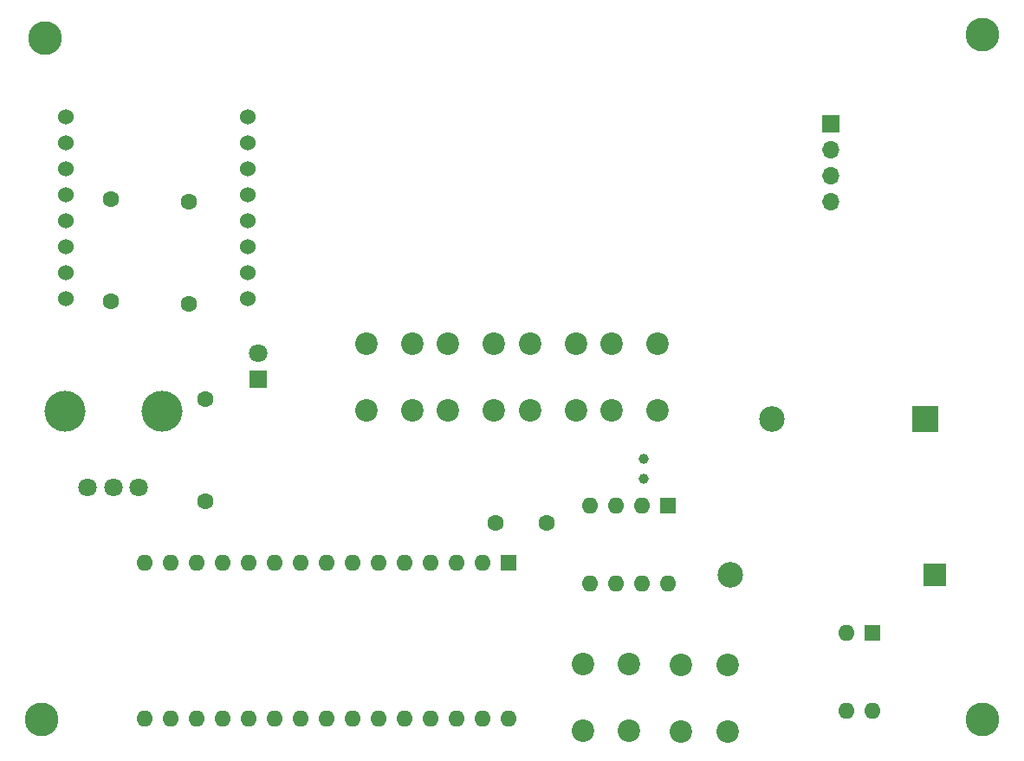
<source format=gbr>
%TF.GenerationSoftware,KiCad,Pcbnew,(5.1.9)-1*%
%TF.CreationDate,2021-05-25T12:28:25-04:00*%
%TF.ProjectId,Alarm Clock Kit,416c6172-6d20-4436-9c6f-636b204b6974,rev?*%
%TF.SameCoordinates,Original*%
%TF.FileFunction,Soldermask,Top*%
%TF.FilePolarity,Negative*%
%FSLAX46Y46*%
G04 Gerber Fmt 4.6, Leading zero omitted, Abs format (unit mm)*
G04 Created by KiCad (PCBNEW (5.1.9)-1) date 2021-05-25 12:28:25*
%MOMM*%
%LPD*%
G01*
G04 APERTURE LIST*
%ADD10O,1.600000X1.600000*%
%ADD11R,1.600000X1.600000*%
%ADD12C,1.600000*%
%ADD13C,2.200000*%
%ADD14R,1.700000X1.700000*%
%ADD15O,1.700000X1.700000*%
%ADD16C,2.500000*%
%ADD17R,2.500000X2.500000*%
%ADD18C,1.524000*%
%ADD19C,3.300000*%
%ADD20C,1.800000*%
%ADD21R,1.800000X1.800000*%
%ADD22C,4.000000*%
%ADD23R,2.170000X2.170000*%
%ADD24C,1.000000*%
G04 APERTURE END LIST*
D10*
%TO.C,SW7*%
X135220000Y-132580000D03*
X132680000Y-124960000D03*
X132680000Y-132580000D03*
D11*
X135220000Y-124960000D03*
%TD*%
D12*
%TO.C,C1*%
X98400000Y-114200000D03*
X103400000Y-114200000D03*
%TD*%
D13*
%TO.C,SW6*%
X109750000Y-103250000D03*
X109750000Y-96750000D03*
X114250000Y-103250000D03*
X114250000Y-96750000D03*
%TD*%
%TO.C,SW5*%
X101750000Y-103250000D03*
X101750000Y-96750000D03*
X106250000Y-103250000D03*
X106250000Y-96750000D03*
%TD*%
%TO.C,SW4*%
X93750000Y-103250000D03*
X93750000Y-96750000D03*
X98250000Y-103250000D03*
X98250000Y-96750000D03*
%TD*%
%TO.C,SW3*%
X85750000Y-103250000D03*
X85750000Y-96750000D03*
X90250000Y-103250000D03*
X90250000Y-96750000D03*
%TD*%
D14*
%TO.C,J1*%
X131140000Y-75210000D03*
D15*
X131140000Y-77750000D03*
X131140000Y-80290000D03*
X131140000Y-82830000D03*
%TD*%
D16*
%TO.C,LS1*%
X125400000Y-104100000D03*
D17*
X140400000Y-104100000D03*
%TD*%
D18*
%TO.C,U1*%
X74190000Y-92290000D03*
X74190000Y-89750000D03*
X74190000Y-87210000D03*
X74190000Y-84670000D03*
X74190000Y-82130000D03*
X74190000Y-79590000D03*
X74190000Y-77050000D03*
X74190000Y-74510000D03*
X56410000Y-92290000D03*
X56410000Y-89750000D03*
X56410000Y-87210000D03*
X56410000Y-84670000D03*
X56410000Y-82130000D03*
X56410000Y-79590000D03*
X56410000Y-77050000D03*
X56410000Y-74510000D03*
%TD*%
D19*
%TO.C, *%
X146000000Y-66500000D03*
%TD*%
%TO.C, *%
X146000000Y-133500000D03*
%TD*%
%TO.C, *%
X54000000Y-133500000D03*
%TD*%
%TO.C, *%
X54400000Y-66800000D03*
%TD*%
D11*
%TO.C,A1*%
X99700000Y-118100000D03*
D10*
X66680000Y-133340000D03*
X97160000Y-118100000D03*
X69220000Y-133340000D03*
X94620000Y-118100000D03*
X71760000Y-133340000D03*
X92080000Y-118100000D03*
X74300000Y-133340000D03*
X89540000Y-118100000D03*
X76840000Y-133340000D03*
X87000000Y-118100000D03*
X79380000Y-133340000D03*
X84460000Y-118100000D03*
X81920000Y-133340000D03*
X81920000Y-118100000D03*
X84460000Y-133340000D03*
X79380000Y-118100000D03*
X87000000Y-133340000D03*
X76840000Y-118100000D03*
X89540000Y-133340000D03*
X74300000Y-118100000D03*
X92080000Y-133340000D03*
X71760000Y-118100000D03*
X94620000Y-133340000D03*
X69220000Y-118100000D03*
X97160000Y-133340000D03*
X66680000Y-118100000D03*
X99700000Y-133340000D03*
X64140000Y-118100000D03*
X64140000Y-133340000D03*
%TD*%
D20*
%TO.C,D1*%
X75200000Y-97630000D03*
D21*
X75200000Y-100170000D03*
%TD*%
D12*
%TO.C,R1*%
X68400000Y-92800000D03*
X68400000Y-82800000D03*
%TD*%
%TO.C,R2*%
X60800000Y-82600000D03*
X60800000Y-92600000D03*
%TD*%
%TO.C,R3*%
X70000000Y-112100000D03*
X70000000Y-102100000D03*
%TD*%
D22*
%TO.C,RV1*%
X65790000Y-103300000D03*
X56290000Y-103300000D03*
D20*
X63540000Y-110800000D03*
X61040000Y-110800000D03*
X58540000Y-110800000D03*
%TD*%
D13*
%TO.C,SW1*%
X111450000Y-128050000D03*
X111450000Y-134550000D03*
X106950000Y-128050000D03*
X106950000Y-134550000D03*
%TD*%
%TO.C,SW2*%
X116550000Y-134650000D03*
X116550000Y-128150000D03*
X121050000Y-134650000D03*
X121050000Y-128150000D03*
%TD*%
D16*
%TO.C,BT1*%
X121346000Y-119350000D03*
D23*
X141346000Y-119350000D03*
%TD*%
D11*
%TO.C,U2*%
X115220000Y-112560000D03*
D10*
X107600000Y-120180000D03*
X112680000Y-112560000D03*
X110140000Y-120180000D03*
X110140000Y-112560000D03*
X112680000Y-120180000D03*
X107600000Y-112560000D03*
X115220000Y-120180000D03*
%TD*%
D24*
%TO.C,Y1*%
X112880000Y-108010000D03*
X112880000Y-109910000D03*
%TD*%
M02*

</source>
